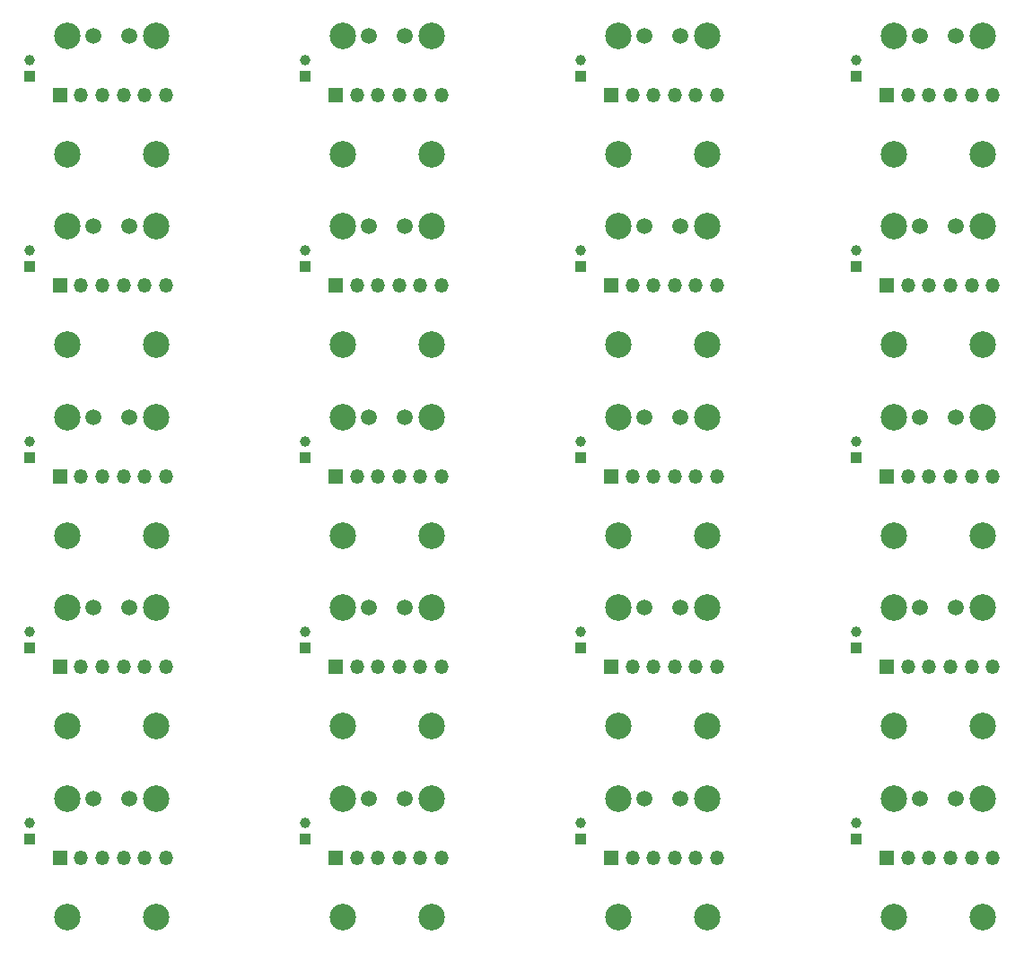
<source format=gbs>
G04 #@! TF.GenerationSoftware,KiCad,Pcbnew,(5.1.7)-1*
G04 #@! TF.CreationDate,2021-12-09T14:19:56+08:00*
G04 #@! TF.ProjectId,haptic-cloth-panelized,68617074-6963-42d6-936c-6f74682d7061,rev?*
G04 #@! TF.SameCoordinates,Original*
G04 #@! TF.FileFunction,Soldermask,Bot*
G04 #@! TF.FilePolarity,Negative*
%FSLAX46Y46*%
G04 Gerber Fmt 4.6, Leading zero omitted, Abs format (unit mm)*
G04 Created by KiCad (PCBNEW (5.1.7)-1) date 2021-12-09 14:19:56*
%MOMM*%
%LPD*%
G01*
G04 APERTURE LIST*
%ADD10C,1.500000*%
%ADD11C,2.500000*%
%ADD12R,1.000000X1.000000*%
%ADD13C,1.000000*%
%ADD14R,1.350000X1.350000*%
%ADD15O,1.350000X1.350000*%
G04 APERTURE END LIST*
D10*
X141524028Y-124412037D03*
X138124028Y-124412037D03*
D11*
X135682028Y-124412037D03*
X135682028Y-135588037D03*
X144064028Y-124412037D03*
X144064028Y-135588037D03*
D12*
X132126028Y-128222037D03*
D13*
X132126028Y-126698037D03*
D14*
X134983528Y-130000037D03*
D15*
X136983528Y-130000037D03*
X138983528Y-130000037D03*
X140983528Y-130000037D03*
X142983528Y-130000037D03*
X144983528Y-130000037D03*
D10*
X115524019Y-124412037D03*
X112124019Y-124412037D03*
D11*
X109682019Y-124412037D03*
X109682019Y-135588037D03*
X118064019Y-124412037D03*
X118064019Y-135588037D03*
D12*
X106126019Y-128222037D03*
D13*
X106126019Y-126698037D03*
D14*
X108983519Y-130000037D03*
D15*
X110983519Y-130000037D03*
X112983519Y-130000037D03*
X114983519Y-130000037D03*
X116983519Y-130000037D03*
X118983519Y-130000037D03*
D10*
X89524010Y-124412037D03*
X86124010Y-124412037D03*
D11*
X83682010Y-124412037D03*
X83682010Y-135588037D03*
X92064010Y-124412037D03*
X92064010Y-135588037D03*
D12*
X80126010Y-128222037D03*
D13*
X80126010Y-126698037D03*
D14*
X82983510Y-130000037D03*
D15*
X84983510Y-130000037D03*
X86983510Y-130000037D03*
X88983510Y-130000037D03*
X90983510Y-130000037D03*
X92983510Y-130000037D03*
D10*
X63524001Y-124412037D03*
X60124001Y-124412037D03*
D11*
X57682001Y-124412037D03*
X57682001Y-135588037D03*
X66064001Y-124412037D03*
X66064001Y-135588037D03*
D12*
X54126001Y-128222037D03*
D13*
X54126001Y-126698037D03*
D14*
X56983501Y-130000037D03*
D15*
X58983501Y-130000037D03*
X60983501Y-130000037D03*
X62983501Y-130000037D03*
X64983501Y-130000037D03*
X66983501Y-130000037D03*
D10*
X141524028Y-106412028D03*
X138124028Y-106412028D03*
D11*
X135682028Y-106412028D03*
X135682028Y-117588028D03*
X144064028Y-106412028D03*
X144064028Y-117588028D03*
D12*
X132126028Y-110222028D03*
D13*
X132126028Y-108698028D03*
D14*
X134983528Y-112000028D03*
D15*
X136983528Y-112000028D03*
X138983528Y-112000028D03*
X140983528Y-112000028D03*
X142983528Y-112000028D03*
X144983528Y-112000028D03*
D10*
X115524019Y-106412028D03*
X112124019Y-106412028D03*
D11*
X109682019Y-106412028D03*
X109682019Y-117588028D03*
X118064019Y-106412028D03*
X118064019Y-117588028D03*
D12*
X106126019Y-110222028D03*
D13*
X106126019Y-108698028D03*
D14*
X108983519Y-112000028D03*
D15*
X110983519Y-112000028D03*
X112983519Y-112000028D03*
X114983519Y-112000028D03*
X116983519Y-112000028D03*
X118983519Y-112000028D03*
D10*
X89524010Y-106412028D03*
X86124010Y-106412028D03*
D11*
X83682010Y-106412028D03*
X83682010Y-117588028D03*
X92064010Y-106412028D03*
X92064010Y-117588028D03*
D12*
X80126010Y-110222028D03*
D13*
X80126010Y-108698028D03*
D14*
X82983510Y-112000028D03*
D15*
X84983510Y-112000028D03*
X86983510Y-112000028D03*
X88983510Y-112000028D03*
X90983510Y-112000028D03*
X92983510Y-112000028D03*
D10*
X63524001Y-106412028D03*
X60124001Y-106412028D03*
D11*
X57682001Y-106412028D03*
X57682001Y-117588028D03*
X66064001Y-106412028D03*
X66064001Y-117588028D03*
D12*
X54126001Y-110222028D03*
D13*
X54126001Y-108698028D03*
D14*
X56983501Y-112000028D03*
D15*
X58983501Y-112000028D03*
X60983501Y-112000028D03*
X62983501Y-112000028D03*
X64983501Y-112000028D03*
X66983501Y-112000028D03*
D10*
X141524028Y-88412019D03*
X138124028Y-88412019D03*
D11*
X135682028Y-88412019D03*
X135682028Y-99588019D03*
X144064028Y-88412019D03*
X144064028Y-99588019D03*
D12*
X132126028Y-92222019D03*
D13*
X132126028Y-90698019D03*
D14*
X134983528Y-94000019D03*
D15*
X136983528Y-94000019D03*
X138983528Y-94000019D03*
X140983528Y-94000019D03*
X142983528Y-94000019D03*
X144983528Y-94000019D03*
D10*
X115524019Y-88412019D03*
X112124019Y-88412019D03*
D11*
X109682019Y-88412019D03*
X109682019Y-99588019D03*
X118064019Y-88412019D03*
X118064019Y-99588019D03*
D12*
X106126019Y-92222019D03*
D13*
X106126019Y-90698019D03*
D14*
X108983519Y-94000019D03*
D15*
X110983519Y-94000019D03*
X112983519Y-94000019D03*
X114983519Y-94000019D03*
X116983519Y-94000019D03*
X118983519Y-94000019D03*
D10*
X89524010Y-88412019D03*
X86124010Y-88412019D03*
D11*
X83682010Y-88412019D03*
X83682010Y-99588019D03*
X92064010Y-88412019D03*
X92064010Y-99588019D03*
D12*
X80126010Y-92222019D03*
D13*
X80126010Y-90698019D03*
D14*
X82983510Y-94000019D03*
D15*
X84983510Y-94000019D03*
X86983510Y-94000019D03*
X88983510Y-94000019D03*
X90983510Y-94000019D03*
X92983510Y-94000019D03*
D10*
X63524001Y-88412019D03*
X60124001Y-88412019D03*
D11*
X57682001Y-88412019D03*
X57682001Y-99588019D03*
X66064001Y-88412019D03*
X66064001Y-99588019D03*
D12*
X54126001Y-92222019D03*
D13*
X54126001Y-90698019D03*
D14*
X56983501Y-94000019D03*
D15*
X58983501Y-94000019D03*
X60983501Y-94000019D03*
X62983501Y-94000019D03*
X64983501Y-94000019D03*
X66983501Y-94000019D03*
D10*
X141524028Y-70412010D03*
X138124028Y-70412010D03*
D11*
X135682028Y-70412010D03*
X135682028Y-81588010D03*
X144064028Y-70412010D03*
X144064028Y-81588010D03*
D12*
X132126028Y-74222010D03*
D13*
X132126028Y-72698010D03*
D14*
X134983528Y-76000010D03*
D15*
X136983528Y-76000010D03*
X138983528Y-76000010D03*
X140983528Y-76000010D03*
X142983528Y-76000010D03*
X144983528Y-76000010D03*
D10*
X115524019Y-70412010D03*
X112124019Y-70412010D03*
D11*
X109682019Y-70412010D03*
X109682019Y-81588010D03*
X118064019Y-70412010D03*
X118064019Y-81588010D03*
D12*
X106126019Y-74222010D03*
D13*
X106126019Y-72698010D03*
D14*
X108983519Y-76000010D03*
D15*
X110983519Y-76000010D03*
X112983519Y-76000010D03*
X114983519Y-76000010D03*
X116983519Y-76000010D03*
X118983519Y-76000010D03*
D10*
X89524010Y-70412010D03*
X86124010Y-70412010D03*
D11*
X83682010Y-70412010D03*
X83682010Y-81588010D03*
X92064010Y-70412010D03*
X92064010Y-81588010D03*
D12*
X80126010Y-74222010D03*
D13*
X80126010Y-72698010D03*
D14*
X82983510Y-76000010D03*
D15*
X84983510Y-76000010D03*
X86983510Y-76000010D03*
X88983510Y-76000010D03*
X90983510Y-76000010D03*
X92983510Y-76000010D03*
D10*
X63524001Y-70412010D03*
X60124001Y-70412010D03*
D11*
X57682001Y-70412010D03*
X57682001Y-81588010D03*
X66064001Y-70412010D03*
X66064001Y-81588010D03*
D12*
X54126001Y-74222010D03*
D13*
X54126001Y-72698010D03*
D14*
X56983501Y-76000010D03*
D15*
X58983501Y-76000010D03*
X60983501Y-76000010D03*
X62983501Y-76000010D03*
X64983501Y-76000010D03*
X66983501Y-76000010D03*
D10*
X141524028Y-52412001D03*
X138124028Y-52412001D03*
D11*
X135682028Y-52412001D03*
X135682028Y-63588001D03*
X144064028Y-52412001D03*
X144064028Y-63588001D03*
D12*
X132126028Y-56222001D03*
D13*
X132126028Y-54698001D03*
D14*
X134983528Y-58000001D03*
D15*
X136983528Y-58000001D03*
X138983528Y-58000001D03*
X140983528Y-58000001D03*
X142983528Y-58000001D03*
X144983528Y-58000001D03*
D10*
X115524019Y-52412001D03*
X112124019Y-52412001D03*
D11*
X109682019Y-52412001D03*
X109682019Y-63588001D03*
X118064019Y-52412001D03*
X118064019Y-63588001D03*
D12*
X106126019Y-56222001D03*
D13*
X106126019Y-54698001D03*
D14*
X108983519Y-58000001D03*
D15*
X110983519Y-58000001D03*
X112983519Y-58000001D03*
X114983519Y-58000001D03*
X116983519Y-58000001D03*
X118983519Y-58000001D03*
D10*
X89524010Y-52412001D03*
X86124010Y-52412001D03*
D11*
X83682010Y-52412001D03*
X83682010Y-63588001D03*
X92064010Y-52412001D03*
X92064010Y-63588001D03*
D12*
X80126010Y-56222001D03*
D13*
X80126010Y-54698001D03*
D14*
X82983510Y-58000001D03*
D15*
X84983510Y-58000001D03*
X86983510Y-58000001D03*
X88983510Y-58000001D03*
X90983510Y-58000001D03*
X92983510Y-58000001D03*
D10*
X63524001Y-52412001D03*
X60124001Y-52412001D03*
D11*
X57682001Y-52412001D03*
X57682001Y-63588001D03*
X66064001Y-52412001D03*
X66064001Y-63588001D03*
D12*
X54126001Y-56222001D03*
D13*
X54126001Y-54698001D03*
D14*
X56983501Y-58000001D03*
D15*
X58983501Y-58000001D03*
X60983501Y-58000001D03*
X62983501Y-58000001D03*
X64983501Y-58000001D03*
X66983501Y-58000001D03*
M02*

</source>
